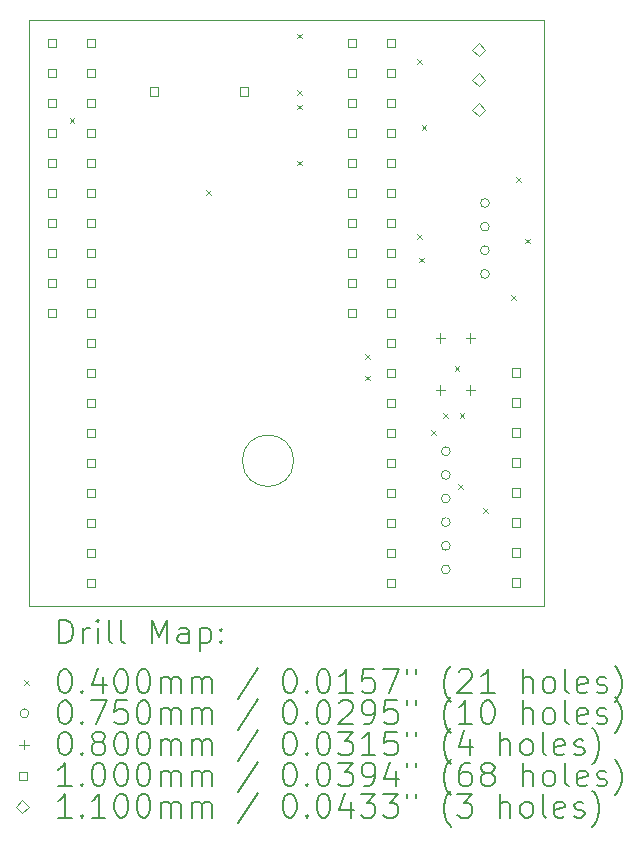
<source format=gbr>
%TF.GenerationSoftware,KiCad,Pcbnew,(6.0.10)*%
%TF.CreationDate,2023-07-26T20:27:44-04:00*%
%TF.ProjectId,reader-daughter,72656164-6572-42d6-9461-756768746572,rev?*%
%TF.SameCoordinates,Original*%
%TF.FileFunction,Drillmap*%
%TF.FilePolarity,Positive*%
%FSLAX45Y45*%
G04 Gerber Fmt 4.5, Leading zero omitted, Abs format (unit mm)*
G04 Created by KiCad (PCBNEW (6.0.10)) date 2023-07-26 20:27:44*
%MOMM*%
%LPD*%
G01*
G04 APERTURE LIST*
%ADD10C,0.100000*%
%ADD11C,0.200000*%
%ADD12C,0.040000*%
%ADD13C,0.075000*%
%ADD14C,0.080000*%
%ADD15C,0.110000*%
G04 APERTURE END LIST*
D10*
X10660000Y-7210000D02*
X15020000Y-7210000D01*
X15020000Y-7210000D02*
X15020000Y-12170000D01*
X15020000Y-12170000D02*
X10660000Y-12170000D01*
X10660000Y-12170000D02*
X10660000Y-7210000D01*
X12897500Y-10940000D02*
G75*
G03*
X12897500Y-10940000I-217500J0D01*
G01*
D11*
D12*
X11000000Y-8040000D02*
X11040000Y-8080000D01*
X11040000Y-8040000D02*
X11000000Y-8080000D01*
X12156760Y-8650340D02*
X12196760Y-8690340D01*
X12196760Y-8650340D02*
X12156760Y-8690340D01*
X12923840Y-7323140D02*
X12963840Y-7363140D01*
X12963840Y-7323140D02*
X12923840Y-7363140D01*
X12923840Y-7803200D02*
X12963840Y-7843200D01*
X12963840Y-7803200D02*
X12923840Y-7843200D01*
X12923840Y-7925120D02*
X12963840Y-7965120D01*
X12963840Y-7925120D02*
X12923840Y-7965120D01*
X12923840Y-8400100D02*
X12963840Y-8440100D01*
X12963840Y-8400100D02*
X12923840Y-8440100D01*
X13500000Y-10040000D02*
X13540000Y-10080000D01*
X13540000Y-10040000D02*
X13500000Y-10080000D01*
X13500000Y-10220000D02*
X13540000Y-10260000D01*
X13540000Y-10220000D02*
X13500000Y-10260000D01*
X13940000Y-7540000D02*
X13980000Y-7580000D01*
X13980000Y-7540000D02*
X13940000Y-7580000D01*
X13940000Y-9020000D02*
X13980000Y-9060000D01*
X13980000Y-9020000D02*
X13940000Y-9060000D01*
X13960000Y-9220000D02*
X14000000Y-9260000D01*
X14000000Y-9220000D02*
X13960000Y-9260000D01*
X13980000Y-8100000D02*
X14020000Y-8140000D01*
X14020000Y-8100000D02*
X13980000Y-8140000D01*
X14060000Y-10680000D02*
X14100000Y-10720000D01*
X14100000Y-10680000D02*
X14060000Y-10720000D01*
X14160000Y-10540000D02*
X14200000Y-10580000D01*
X14200000Y-10540000D02*
X14160000Y-10580000D01*
X14260000Y-10140000D02*
X14300000Y-10180000D01*
X14300000Y-10140000D02*
X14260000Y-10180000D01*
X14290000Y-11140000D02*
X14330000Y-11180000D01*
X14330000Y-11140000D02*
X14290000Y-11180000D01*
X14301550Y-10540000D02*
X14341550Y-10580000D01*
X14341550Y-10540000D02*
X14301550Y-10580000D01*
X14500000Y-11340000D02*
X14540000Y-11380000D01*
X14540000Y-11340000D02*
X14500000Y-11380000D01*
X14740000Y-9540000D02*
X14780000Y-9580000D01*
X14780000Y-9540000D02*
X14740000Y-9580000D01*
X14780000Y-8540000D02*
X14820000Y-8580000D01*
X14820000Y-8540000D02*
X14780000Y-8580000D01*
X14860000Y-9060000D02*
X14900000Y-9100000D01*
X14900000Y-9060000D02*
X14860000Y-9100000D01*
D13*
X14222500Y-10860000D02*
G75*
G03*
X14222500Y-10860000I-37500J0D01*
G01*
X14222500Y-11060000D02*
G75*
G03*
X14222500Y-11060000I-37500J0D01*
G01*
X14222500Y-11260000D02*
G75*
G03*
X14222500Y-11260000I-37500J0D01*
G01*
X14222500Y-11460000D02*
G75*
G03*
X14222500Y-11460000I-37500J0D01*
G01*
X14222500Y-11660000D02*
G75*
G03*
X14222500Y-11660000I-37500J0D01*
G01*
X14222500Y-11860000D02*
G75*
G03*
X14222500Y-11860000I-37500J0D01*
G01*
X14553600Y-8757920D02*
G75*
G03*
X14553600Y-8757920I-37500J0D01*
G01*
X14553600Y-8957920D02*
G75*
G03*
X14553600Y-8957920I-37500J0D01*
G01*
X14553600Y-9157920D02*
G75*
G03*
X14553600Y-9157920I-37500J0D01*
G01*
X14553600Y-9357920D02*
G75*
G03*
X14553600Y-9357920I-37500J0D01*
G01*
D14*
X14140000Y-9860000D02*
X14140000Y-9940000D01*
X14100000Y-9900000D02*
X14180000Y-9900000D01*
X14140000Y-10300000D02*
X14140000Y-10380000D01*
X14100000Y-10340000D02*
X14180000Y-10340000D01*
X14394000Y-9860000D02*
X14394000Y-9940000D01*
X14354000Y-9900000D02*
X14434000Y-9900000D01*
X14394000Y-10300000D02*
X14394000Y-10380000D01*
X14354000Y-10340000D02*
X14434000Y-10340000D01*
D10*
X10886056Y-7436916D02*
X10886056Y-7366204D01*
X10815344Y-7366204D01*
X10815344Y-7436916D01*
X10886056Y-7436916D01*
X10886056Y-7690916D02*
X10886056Y-7620204D01*
X10815344Y-7620204D01*
X10815344Y-7690916D01*
X10886056Y-7690916D01*
X10886056Y-7944916D02*
X10886056Y-7874204D01*
X10815344Y-7874204D01*
X10815344Y-7944916D01*
X10886056Y-7944916D01*
X10886056Y-8198916D02*
X10886056Y-8128204D01*
X10815344Y-8128204D01*
X10815344Y-8198916D01*
X10886056Y-8198916D01*
X10886056Y-8452916D02*
X10886056Y-8382204D01*
X10815344Y-8382204D01*
X10815344Y-8452916D01*
X10886056Y-8452916D01*
X10886056Y-8706916D02*
X10886056Y-8636204D01*
X10815344Y-8636204D01*
X10815344Y-8706916D01*
X10886056Y-8706916D01*
X10886056Y-8960916D02*
X10886056Y-8890204D01*
X10815344Y-8890204D01*
X10815344Y-8960916D01*
X10886056Y-8960916D01*
X10886056Y-9214916D02*
X10886056Y-9144204D01*
X10815344Y-9144204D01*
X10815344Y-9214916D01*
X10886056Y-9214916D01*
X10886056Y-9468916D02*
X10886056Y-9398204D01*
X10815344Y-9398204D01*
X10815344Y-9468916D01*
X10886056Y-9468916D01*
X10886056Y-9722916D02*
X10886056Y-9652204D01*
X10815344Y-9652204D01*
X10815344Y-9722916D01*
X10886056Y-9722916D01*
X11213896Y-7436916D02*
X11213896Y-7366204D01*
X11143184Y-7366204D01*
X11143184Y-7436916D01*
X11213896Y-7436916D01*
X11213896Y-7690916D02*
X11213896Y-7620204D01*
X11143184Y-7620204D01*
X11143184Y-7690916D01*
X11213896Y-7690916D01*
X11213896Y-7944916D02*
X11213896Y-7874204D01*
X11143184Y-7874204D01*
X11143184Y-7944916D01*
X11213896Y-7944916D01*
X11213896Y-8198916D02*
X11213896Y-8128204D01*
X11143184Y-8128204D01*
X11143184Y-8198916D01*
X11213896Y-8198916D01*
X11213896Y-8452916D02*
X11213896Y-8382204D01*
X11143184Y-8382204D01*
X11143184Y-8452916D01*
X11213896Y-8452916D01*
X11213896Y-8706916D02*
X11213896Y-8636204D01*
X11143184Y-8636204D01*
X11143184Y-8706916D01*
X11213896Y-8706916D01*
X11213896Y-8960916D02*
X11213896Y-8890204D01*
X11143184Y-8890204D01*
X11143184Y-8960916D01*
X11213896Y-8960916D01*
X11213896Y-9214916D02*
X11213896Y-9144204D01*
X11143184Y-9144204D01*
X11143184Y-9214916D01*
X11213896Y-9214916D01*
X11213896Y-9468916D02*
X11213896Y-9398204D01*
X11143184Y-9398204D01*
X11143184Y-9468916D01*
X11213896Y-9468916D01*
X11213896Y-9722916D02*
X11213896Y-9652204D01*
X11143184Y-9652204D01*
X11143184Y-9722916D01*
X11213896Y-9722916D01*
X11213896Y-9976916D02*
X11213896Y-9906204D01*
X11143184Y-9906204D01*
X11143184Y-9976916D01*
X11213896Y-9976916D01*
X11213896Y-10230916D02*
X11213896Y-10160204D01*
X11143184Y-10160204D01*
X11143184Y-10230916D01*
X11213896Y-10230916D01*
X11213896Y-10484916D02*
X11213896Y-10414204D01*
X11143184Y-10414204D01*
X11143184Y-10484916D01*
X11213896Y-10484916D01*
X11213896Y-10738916D02*
X11213896Y-10668204D01*
X11143184Y-10668204D01*
X11143184Y-10738916D01*
X11213896Y-10738916D01*
X11213896Y-10992916D02*
X11213896Y-10922204D01*
X11143184Y-10922204D01*
X11143184Y-10992916D01*
X11213896Y-10992916D01*
X11213896Y-11246916D02*
X11213896Y-11176204D01*
X11143184Y-11176204D01*
X11143184Y-11246916D01*
X11213896Y-11246916D01*
X11213896Y-11500916D02*
X11213896Y-11430204D01*
X11143184Y-11430204D01*
X11143184Y-11500916D01*
X11213896Y-11500916D01*
X11213896Y-11754916D02*
X11213896Y-11684204D01*
X11143184Y-11684204D01*
X11143184Y-11754916D01*
X11213896Y-11754916D01*
X11213896Y-12008916D02*
X11213896Y-11938204D01*
X11143184Y-11938204D01*
X11143184Y-12008916D01*
X11213896Y-12008916D01*
X11750836Y-7848396D02*
X11750836Y-7777684D01*
X11680124Y-7777684D01*
X11680124Y-7848396D01*
X11750836Y-7848396D01*
X12510836Y-7848396D02*
X12510836Y-7777684D01*
X12440124Y-7777684D01*
X12440124Y-7848396D01*
X12510836Y-7848396D01*
X13426056Y-7436916D02*
X13426056Y-7366204D01*
X13355344Y-7366204D01*
X13355344Y-7436916D01*
X13426056Y-7436916D01*
X13426056Y-7690916D02*
X13426056Y-7620204D01*
X13355344Y-7620204D01*
X13355344Y-7690916D01*
X13426056Y-7690916D01*
X13426056Y-7944916D02*
X13426056Y-7874204D01*
X13355344Y-7874204D01*
X13355344Y-7944916D01*
X13426056Y-7944916D01*
X13426056Y-8198916D02*
X13426056Y-8128204D01*
X13355344Y-8128204D01*
X13355344Y-8198916D01*
X13426056Y-8198916D01*
X13426056Y-8452916D02*
X13426056Y-8382204D01*
X13355344Y-8382204D01*
X13355344Y-8452916D01*
X13426056Y-8452916D01*
X13426056Y-8706916D02*
X13426056Y-8636204D01*
X13355344Y-8636204D01*
X13355344Y-8706916D01*
X13426056Y-8706916D01*
X13426056Y-8960916D02*
X13426056Y-8890204D01*
X13355344Y-8890204D01*
X13355344Y-8960916D01*
X13426056Y-8960916D01*
X13426056Y-9214916D02*
X13426056Y-9144204D01*
X13355344Y-9144204D01*
X13355344Y-9214916D01*
X13426056Y-9214916D01*
X13426056Y-9468916D02*
X13426056Y-9398204D01*
X13355344Y-9398204D01*
X13355344Y-9468916D01*
X13426056Y-9468916D01*
X13426056Y-9722916D02*
X13426056Y-9652204D01*
X13355344Y-9652204D01*
X13355344Y-9722916D01*
X13426056Y-9722916D01*
X13753896Y-7436916D02*
X13753896Y-7366204D01*
X13683184Y-7366204D01*
X13683184Y-7436916D01*
X13753896Y-7436916D01*
X13753896Y-7690916D02*
X13753896Y-7620204D01*
X13683184Y-7620204D01*
X13683184Y-7690916D01*
X13753896Y-7690916D01*
X13753896Y-7944916D02*
X13753896Y-7874204D01*
X13683184Y-7874204D01*
X13683184Y-7944916D01*
X13753896Y-7944916D01*
X13753896Y-8198916D02*
X13753896Y-8128204D01*
X13683184Y-8128204D01*
X13683184Y-8198916D01*
X13753896Y-8198916D01*
X13753896Y-8452916D02*
X13753896Y-8382204D01*
X13683184Y-8382204D01*
X13683184Y-8452916D01*
X13753896Y-8452916D01*
X13753896Y-8706916D02*
X13753896Y-8636204D01*
X13683184Y-8636204D01*
X13683184Y-8706916D01*
X13753896Y-8706916D01*
X13753896Y-8960916D02*
X13753896Y-8890204D01*
X13683184Y-8890204D01*
X13683184Y-8960916D01*
X13753896Y-8960916D01*
X13753896Y-9214916D02*
X13753896Y-9144204D01*
X13683184Y-9144204D01*
X13683184Y-9214916D01*
X13753896Y-9214916D01*
X13753896Y-9468916D02*
X13753896Y-9398204D01*
X13683184Y-9398204D01*
X13683184Y-9468916D01*
X13753896Y-9468916D01*
X13753896Y-9722916D02*
X13753896Y-9652204D01*
X13683184Y-9652204D01*
X13683184Y-9722916D01*
X13753896Y-9722916D01*
X13753896Y-9976916D02*
X13753896Y-9906204D01*
X13683184Y-9906204D01*
X13683184Y-9976916D01*
X13753896Y-9976916D01*
X13753896Y-10230916D02*
X13753896Y-10160204D01*
X13683184Y-10160204D01*
X13683184Y-10230916D01*
X13753896Y-10230916D01*
X13753896Y-10484916D02*
X13753896Y-10414204D01*
X13683184Y-10414204D01*
X13683184Y-10484916D01*
X13753896Y-10484916D01*
X13753896Y-10738916D02*
X13753896Y-10668204D01*
X13683184Y-10668204D01*
X13683184Y-10738916D01*
X13753896Y-10738916D01*
X13753896Y-10992916D02*
X13753896Y-10922204D01*
X13683184Y-10922204D01*
X13683184Y-10992916D01*
X13753896Y-10992916D01*
X13753896Y-11246916D02*
X13753896Y-11176204D01*
X13683184Y-11176204D01*
X13683184Y-11246916D01*
X13753896Y-11246916D01*
X13753896Y-11500916D02*
X13753896Y-11430204D01*
X13683184Y-11430204D01*
X13683184Y-11500916D01*
X13753896Y-11500916D01*
X13753896Y-11754916D02*
X13753896Y-11684204D01*
X13683184Y-11684204D01*
X13683184Y-11754916D01*
X13753896Y-11754916D01*
X13753896Y-12008916D02*
X13753896Y-11938204D01*
X13683184Y-11938204D01*
X13683184Y-12008916D01*
X13753896Y-12008916D01*
X14815356Y-10227856D02*
X14815356Y-10157144D01*
X14744644Y-10157144D01*
X14744644Y-10227856D01*
X14815356Y-10227856D01*
X14815356Y-10481856D02*
X14815356Y-10411144D01*
X14744644Y-10411144D01*
X14744644Y-10481856D01*
X14815356Y-10481856D01*
X14815356Y-10735856D02*
X14815356Y-10665144D01*
X14744644Y-10665144D01*
X14744644Y-10735856D01*
X14815356Y-10735856D01*
X14815356Y-10989856D02*
X14815356Y-10919144D01*
X14744644Y-10919144D01*
X14744644Y-10989856D01*
X14815356Y-10989856D01*
X14815356Y-11243856D02*
X14815356Y-11173144D01*
X14744644Y-11173144D01*
X14744644Y-11243856D01*
X14815356Y-11243856D01*
X14815356Y-11497856D02*
X14815356Y-11427144D01*
X14744644Y-11427144D01*
X14744644Y-11497856D01*
X14815356Y-11497856D01*
X14815356Y-11751856D02*
X14815356Y-11681144D01*
X14744644Y-11681144D01*
X14744644Y-11751856D01*
X14815356Y-11751856D01*
X14815356Y-12005856D02*
X14815356Y-11935144D01*
X14744644Y-11935144D01*
X14744644Y-12005856D01*
X14815356Y-12005856D01*
D15*
X14462760Y-7514980D02*
X14517760Y-7459980D01*
X14462760Y-7404980D01*
X14407760Y-7459980D01*
X14462760Y-7514980D01*
X14462760Y-7768980D02*
X14517760Y-7713980D01*
X14462760Y-7658980D01*
X14407760Y-7713980D01*
X14462760Y-7768980D01*
X14462760Y-8022980D02*
X14517760Y-7967980D01*
X14462760Y-7912980D01*
X14407760Y-7967980D01*
X14462760Y-8022980D01*
D11*
X10912619Y-12485476D02*
X10912619Y-12285476D01*
X10960238Y-12285476D01*
X10988810Y-12295000D01*
X11007857Y-12314048D01*
X11017381Y-12333095D01*
X11026905Y-12371190D01*
X11026905Y-12399762D01*
X11017381Y-12437857D01*
X11007857Y-12456905D01*
X10988810Y-12475952D01*
X10960238Y-12485476D01*
X10912619Y-12485476D01*
X11112619Y-12485476D02*
X11112619Y-12352143D01*
X11112619Y-12390238D02*
X11122143Y-12371190D01*
X11131667Y-12361667D01*
X11150714Y-12352143D01*
X11169762Y-12352143D01*
X11236428Y-12485476D02*
X11236428Y-12352143D01*
X11236428Y-12285476D02*
X11226905Y-12295000D01*
X11236428Y-12304524D01*
X11245952Y-12295000D01*
X11236428Y-12285476D01*
X11236428Y-12304524D01*
X11360238Y-12485476D02*
X11341190Y-12475952D01*
X11331667Y-12456905D01*
X11331667Y-12285476D01*
X11465000Y-12485476D02*
X11445952Y-12475952D01*
X11436428Y-12456905D01*
X11436428Y-12285476D01*
X11693571Y-12485476D02*
X11693571Y-12285476D01*
X11760238Y-12428333D01*
X11826905Y-12285476D01*
X11826905Y-12485476D01*
X12007857Y-12485476D02*
X12007857Y-12380714D01*
X11998333Y-12361667D01*
X11979286Y-12352143D01*
X11941190Y-12352143D01*
X11922143Y-12361667D01*
X12007857Y-12475952D02*
X11988809Y-12485476D01*
X11941190Y-12485476D01*
X11922143Y-12475952D01*
X11912619Y-12456905D01*
X11912619Y-12437857D01*
X11922143Y-12418809D01*
X11941190Y-12409286D01*
X11988809Y-12409286D01*
X12007857Y-12399762D01*
X12103095Y-12352143D02*
X12103095Y-12552143D01*
X12103095Y-12361667D02*
X12122143Y-12352143D01*
X12160238Y-12352143D01*
X12179286Y-12361667D01*
X12188809Y-12371190D01*
X12198333Y-12390238D01*
X12198333Y-12447381D01*
X12188809Y-12466428D01*
X12179286Y-12475952D01*
X12160238Y-12485476D01*
X12122143Y-12485476D01*
X12103095Y-12475952D01*
X12284048Y-12466428D02*
X12293571Y-12475952D01*
X12284048Y-12485476D01*
X12274524Y-12475952D01*
X12284048Y-12466428D01*
X12284048Y-12485476D01*
X12284048Y-12361667D02*
X12293571Y-12371190D01*
X12284048Y-12380714D01*
X12274524Y-12371190D01*
X12284048Y-12361667D01*
X12284048Y-12380714D01*
D12*
X10615000Y-12795000D02*
X10655000Y-12835000D01*
X10655000Y-12795000D02*
X10615000Y-12835000D01*
D11*
X10950714Y-12705476D02*
X10969762Y-12705476D01*
X10988810Y-12715000D01*
X10998333Y-12724524D01*
X11007857Y-12743571D01*
X11017381Y-12781667D01*
X11017381Y-12829286D01*
X11007857Y-12867381D01*
X10998333Y-12886428D01*
X10988810Y-12895952D01*
X10969762Y-12905476D01*
X10950714Y-12905476D01*
X10931667Y-12895952D01*
X10922143Y-12886428D01*
X10912619Y-12867381D01*
X10903095Y-12829286D01*
X10903095Y-12781667D01*
X10912619Y-12743571D01*
X10922143Y-12724524D01*
X10931667Y-12715000D01*
X10950714Y-12705476D01*
X11103095Y-12886428D02*
X11112619Y-12895952D01*
X11103095Y-12905476D01*
X11093571Y-12895952D01*
X11103095Y-12886428D01*
X11103095Y-12905476D01*
X11284048Y-12772143D02*
X11284048Y-12905476D01*
X11236428Y-12695952D02*
X11188809Y-12838809D01*
X11312619Y-12838809D01*
X11426905Y-12705476D02*
X11445952Y-12705476D01*
X11465000Y-12715000D01*
X11474524Y-12724524D01*
X11484048Y-12743571D01*
X11493571Y-12781667D01*
X11493571Y-12829286D01*
X11484048Y-12867381D01*
X11474524Y-12886428D01*
X11465000Y-12895952D01*
X11445952Y-12905476D01*
X11426905Y-12905476D01*
X11407857Y-12895952D01*
X11398333Y-12886428D01*
X11388809Y-12867381D01*
X11379286Y-12829286D01*
X11379286Y-12781667D01*
X11388809Y-12743571D01*
X11398333Y-12724524D01*
X11407857Y-12715000D01*
X11426905Y-12705476D01*
X11617381Y-12705476D02*
X11636428Y-12705476D01*
X11655476Y-12715000D01*
X11665000Y-12724524D01*
X11674524Y-12743571D01*
X11684048Y-12781667D01*
X11684048Y-12829286D01*
X11674524Y-12867381D01*
X11665000Y-12886428D01*
X11655476Y-12895952D01*
X11636428Y-12905476D01*
X11617381Y-12905476D01*
X11598333Y-12895952D01*
X11588809Y-12886428D01*
X11579286Y-12867381D01*
X11569762Y-12829286D01*
X11569762Y-12781667D01*
X11579286Y-12743571D01*
X11588809Y-12724524D01*
X11598333Y-12715000D01*
X11617381Y-12705476D01*
X11769762Y-12905476D02*
X11769762Y-12772143D01*
X11769762Y-12791190D02*
X11779286Y-12781667D01*
X11798333Y-12772143D01*
X11826905Y-12772143D01*
X11845952Y-12781667D01*
X11855476Y-12800714D01*
X11855476Y-12905476D01*
X11855476Y-12800714D02*
X11865000Y-12781667D01*
X11884048Y-12772143D01*
X11912619Y-12772143D01*
X11931667Y-12781667D01*
X11941190Y-12800714D01*
X11941190Y-12905476D01*
X12036428Y-12905476D02*
X12036428Y-12772143D01*
X12036428Y-12791190D02*
X12045952Y-12781667D01*
X12065000Y-12772143D01*
X12093571Y-12772143D01*
X12112619Y-12781667D01*
X12122143Y-12800714D01*
X12122143Y-12905476D01*
X12122143Y-12800714D02*
X12131667Y-12781667D01*
X12150714Y-12772143D01*
X12179286Y-12772143D01*
X12198333Y-12781667D01*
X12207857Y-12800714D01*
X12207857Y-12905476D01*
X12598333Y-12695952D02*
X12426905Y-12953095D01*
X12855476Y-12705476D02*
X12874524Y-12705476D01*
X12893571Y-12715000D01*
X12903095Y-12724524D01*
X12912619Y-12743571D01*
X12922143Y-12781667D01*
X12922143Y-12829286D01*
X12912619Y-12867381D01*
X12903095Y-12886428D01*
X12893571Y-12895952D01*
X12874524Y-12905476D01*
X12855476Y-12905476D01*
X12836428Y-12895952D01*
X12826905Y-12886428D01*
X12817381Y-12867381D01*
X12807857Y-12829286D01*
X12807857Y-12781667D01*
X12817381Y-12743571D01*
X12826905Y-12724524D01*
X12836428Y-12715000D01*
X12855476Y-12705476D01*
X13007857Y-12886428D02*
X13017381Y-12895952D01*
X13007857Y-12905476D01*
X12998333Y-12895952D01*
X13007857Y-12886428D01*
X13007857Y-12905476D01*
X13141190Y-12705476D02*
X13160238Y-12705476D01*
X13179286Y-12715000D01*
X13188809Y-12724524D01*
X13198333Y-12743571D01*
X13207857Y-12781667D01*
X13207857Y-12829286D01*
X13198333Y-12867381D01*
X13188809Y-12886428D01*
X13179286Y-12895952D01*
X13160238Y-12905476D01*
X13141190Y-12905476D01*
X13122143Y-12895952D01*
X13112619Y-12886428D01*
X13103095Y-12867381D01*
X13093571Y-12829286D01*
X13093571Y-12781667D01*
X13103095Y-12743571D01*
X13112619Y-12724524D01*
X13122143Y-12715000D01*
X13141190Y-12705476D01*
X13398333Y-12905476D02*
X13284048Y-12905476D01*
X13341190Y-12905476D02*
X13341190Y-12705476D01*
X13322143Y-12734048D01*
X13303095Y-12753095D01*
X13284048Y-12762619D01*
X13579286Y-12705476D02*
X13484048Y-12705476D01*
X13474524Y-12800714D01*
X13484048Y-12791190D01*
X13503095Y-12781667D01*
X13550714Y-12781667D01*
X13569762Y-12791190D01*
X13579286Y-12800714D01*
X13588809Y-12819762D01*
X13588809Y-12867381D01*
X13579286Y-12886428D01*
X13569762Y-12895952D01*
X13550714Y-12905476D01*
X13503095Y-12905476D01*
X13484048Y-12895952D01*
X13474524Y-12886428D01*
X13655476Y-12705476D02*
X13788809Y-12705476D01*
X13703095Y-12905476D01*
X13855476Y-12705476D02*
X13855476Y-12743571D01*
X13931667Y-12705476D02*
X13931667Y-12743571D01*
X14226905Y-12981667D02*
X14217381Y-12972143D01*
X14198333Y-12943571D01*
X14188809Y-12924524D01*
X14179286Y-12895952D01*
X14169762Y-12848333D01*
X14169762Y-12810238D01*
X14179286Y-12762619D01*
X14188809Y-12734048D01*
X14198333Y-12715000D01*
X14217381Y-12686428D01*
X14226905Y-12676905D01*
X14293571Y-12724524D02*
X14303095Y-12715000D01*
X14322143Y-12705476D01*
X14369762Y-12705476D01*
X14388809Y-12715000D01*
X14398333Y-12724524D01*
X14407857Y-12743571D01*
X14407857Y-12762619D01*
X14398333Y-12791190D01*
X14284048Y-12905476D01*
X14407857Y-12905476D01*
X14598333Y-12905476D02*
X14484048Y-12905476D01*
X14541190Y-12905476D02*
X14541190Y-12705476D01*
X14522143Y-12734048D01*
X14503095Y-12753095D01*
X14484048Y-12762619D01*
X14836428Y-12905476D02*
X14836428Y-12705476D01*
X14922143Y-12905476D02*
X14922143Y-12800714D01*
X14912619Y-12781667D01*
X14893571Y-12772143D01*
X14865000Y-12772143D01*
X14845952Y-12781667D01*
X14836428Y-12791190D01*
X15045952Y-12905476D02*
X15026905Y-12895952D01*
X15017381Y-12886428D01*
X15007857Y-12867381D01*
X15007857Y-12810238D01*
X15017381Y-12791190D01*
X15026905Y-12781667D01*
X15045952Y-12772143D01*
X15074524Y-12772143D01*
X15093571Y-12781667D01*
X15103095Y-12791190D01*
X15112619Y-12810238D01*
X15112619Y-12867381D01*
X15103095Y-12886428D01*
X15093571Y-12895952D01*
X15074524Y-12905476D01*
X15045952Y-12905476D01*
X15226905Y-12905476D02*
X15207857Y-12895952D01*
X15198333Y-12876905D01*
X15198333Y-12705476D01*
X15379286Y-12895952D02*
X15360238Y-12905476D01*
X15322143Y-12905476D01*
X15303095Y-12895952D01*
X15293571Y-12876905D01*
X15293571Y-12800714D01*
X15303095Y-12781667D01*
X15322143Y-12772143D01*
X15360238Y-12772143D01*
X15379286Y-12781667D01*
X15388809Y-12800714D01*
X15388809Y-12819762D01*
X15293571Y-12838809D01*
X15465000Y-12895952D02*
X15484048Y-12905476D01*
X15522143Y-12905476D01*
X15541190Y-12895952D01*
X15550714Y-12876905D01*
X15550714Y-12867381D01*
X15541190Y-12848333D01*
X15522143Y-12838809D01*
X15493571Y-12838809D01*
X15474524Y-12829286D01*
X15465000Y-12810238D01*
X15465000Y-12800714D01*
X15474524Y-12781667D01*
X15493571Y-12772143D01*
X15522143Y-12772143D01*
X15541190Y-12781667D01*
X15617381Y-12981667D02*
X15626905Y-12972143D01*
X15645952Y-12943571D01*
X15655476Y-12924524D01*
X15665000Y-12895952D01*
X15674524Y-12848333D01*
X15674524Y-12810238D01*
X15665000Y-12762619D01*
X15655476Y-12734048D01*
X15645952Y-12715000D01*
X15626905Y-12686428D01*
X15617381Y-12676905D01*
D13*
X10655000Y-13079000D02*
G75*
G03*
X10655000Y-13079000I-37500J0D01*
G01*
D11*
X10950714Y-12969476D02*
X10969762Y-12969476D01*
X10988810Y-12979000D01*
X10998333Y-12988524D01*
X11007857Y-13007571D01*
X11017381Y-13045667D01*
X11017381Y-13093286D01*
X11007857Y-13131381D01*
X10998333Y-13150428D01*
X10988810Y-13159952D01*
X10969762Y-13169476D01*
X10950714Y-13169476D01*
X10931667Y-13159952D01*
X10922143Y-13150428D01*
X10912619Y-13131381D01*
X10903095Y-13093286D01*
X10903095Y-13045667D01*
X10912619Y-13007571D01*
X10922143Y-12988524D01*
X10931667Y-12979000D01*
X10950714Y-12969476D01*
X11103095Y-13150428D02*
X11112619Y-13159952D01*
X11103095Y-13169476D01*
X11093571Y-13159952D01*
X11103095Y-13150428D01*
X11103095Y-13169476D01*
X11179286Y-12969476D02*
X11312619Y-12969476D01*
X11226905Y-13169476D01*
X11484048Y-12969476D02*
X11388809Y-12969476D01*
X11379286Y-13064714D01*
X11388809Y-13055190D01*
X11407857Y-13045667D01*
X11455476Y-13045667D01*
X11474524Y-13055190D01*
X11484048Y-13064714D01*
X11493571Y-13083762D01*
X11493571Y-13131381D01*
X11484048Y-13150428D01*
X11474524Y-13159952D01*
X11455476Y-13169476D01*
X11407857Y-13169476D01*
X11388809Y-13159952D01*
X11379286Y-13150428D01*
X11617381Y-12969476D02*
X11636428Y-12969476D01*
X11655476Y-12979000D01*
X11665000Y-12988524D01*
X11674524Y-13007571D01*
X11684048Y-13045667D01*
X11684048Y-13093286D01*
X11674524Y-13131381D01*
X11665000Y-13150428D01*
X11655476Y-13159952D01*
X11636428Y-13169476D01*
X11617381Y-13169476D01*
X11598333Y-13159952D01*
X11588809Y-13150428D01*
X11579286Y-13131381D01*
X11569762Y-13093286D01*
X11569762Y-13045667D01*
X11579286Y-13007571D01*
X11588809Y-12988524D01*
X11598333Y-12979000D01*
X11617381Y-12969476D01*
X11769762Y-13169476D02*
X11769762Y-13036143D01*
X11769762Y-13055190D02*
X11779286Y-13045667D01*
X11798333Y-13036143D01*
X11826905Y-13036143D01*
X11845952Y-13045667D01*
X11855476Y-13064714D01*
X11855476Y-13169476D01*
X11855476Y-13064714D02*
X11865000Y-13045667D01*
X11884048Y-13036143D01*
X11912619Y-13036143D01*
X11931667Y-13045667D01*
X11941190Y-13064714D01*
X11941190Y-13169476D01*
X12036428Y-13169476D02*
X12036428Y-13036143D01*
X12036428Y-13055190D02*
X12045952Y-13045667D01*
X12065000Y-13036143D01*
X12093571Y-13036143D01*
X12112619Y-13045667D01*
X12122143Y-13064714D01*
X12122143Y-13169476D01*
X12122143Y-13064714D02*
X12131667Y-13045667D01*
X12150714Y-13036143D01*
X12179286Y-13036143D01*
X12198333Y-13045667D01*
X12207857Y-13064714D01*
X12207857Y-13169476D01*
X12598333Y-12959952D02*
X12426905Y-13217095D01*
X12855476Y-12969476D02*
X12874524Y-12969476D01*
X12893571Y-12979000D01*
X12903095Y-12988524D01*
X12912619Y-13007571D01*
X12922143Y-13045667D01*
X12922143Y-13093286D01*
X12912619Y-13131381D01*
X12903095Y-13150428D01*
X12893571Y-13159952D01*
X12874524Y-13169476D01*
X12855476Y-13169476D01*
X12836428Y-13159952D01*
X12826905Y-13150428D01*
X12817381Y-13131381D01*
X12807857Y-13093286D01*
X12807857Y-13045667D01*
X12817381Y-13007571D01*
X12826905Y-12988524D01*
X12836428Y-12979000D01*
X12855476Y-12969476D01*
X13007857Y-13150428D02*
X13017381Y-13159952D01*
X13007857Y-13169476D01*
X12998333Y-13159952D01*
X13007857Y-13150428D01*
X13007857Y-13169476D01*
X13141190Y-12969476D02*
X13160238Y-12969476D01*
X13179286Y-12979000D01*
X13188809Y-12988524D01*
X13198333Y-13007571D01*
X13207857Y-13045667D01*
X13207857Y-13093286D01*
X13198333Y-13131381D01*
X13188809Y-13150428D01*
X13179286Y-13159952D01*
X13160238Y-13169476D01*
X13141190Y-13169476D01*
X13122143Y-13159952D01*
X13112619Y-13150428D01*
X13103095Y-13131381D01*
X13093571Y-13093286D01*
X13093571Y-13045667D01*
X13103095Y-13007571D01*
X13112619Y-12988524D01*
X13122143Y-12979000D01*
X13141190Y-12969476D01*
X13284048Y-12988524D02*
X13293571Y-12979000D01*
X13312619Y-12969476D01*
X13360238Y-12969476D01*
X13379286Y-12979000D01*
X13388809Y-12988524D01*
X13398333Y-13007571D01*
X13398333Y-13026619D01*
X13388809Y-13055190D01*
X13274524Y-13169476D01*
X13398333Y-13169476D01*
X13493571Y-13169476D02*
X13531667Y-13169476D01*
X13550714Y-13159952D01*
X13560238Y-13150428D01*
X13579286Y-13121857D01*
X13588809Y-13083762D01*
X13588809Y-13007571D01*
X13579286Y-12988524D01*
X13569762Y-12979000D01*
X13550714Y-12969476D01*
X13512619Y-12969476D01*
X13493571Y-12979000D01*
X13484048Y-12988524D01*
X13474524Y-13007571D01*
X13474524Y-13055190D01*
X13484048Y-13074238D01*
X13493571Y-13083762D01*
X13512619Y-13093286D01*
X13550714Y-13093286D01*
X13569762Y-13083762D01*
X13579286Y-13074238D01*
X13588809Y-13055190D01*
X13769762Y-12969476D02*
X13674524Y-12969476D01*
X13665000Y-13064714D01*
X13674524Y-13055190D01*
X13693571Y-13045667D01*
X13741190Y-13045667D01*
X13760238Y-13055190D01*
X13769762Y-13064714D01*
X13779286Y-13083762D01*
X13779286Y-13131381D01*
X13769762Y-13150428D01*
X13760238Y-13159952D01*
X13741190Y-13169476D01*
X13693571Y-13169476D01*
X13674524Y-13159952D01*
X13665000Y-13150428D01*
X13855476Y-12969476D02*
X13855476Y-13007571D01*
X13931667Y-12969476D02*
X13931667Y-13007571D01*
X14226905Y-13245667D02*
X14217381Y-13236143D01*
X14198333Y-13207571D01*
X14188809Y-13188524D01*
X14179286Y-13159952D01*
X14169762Y-13112333D01*
X14169762Y-13074238D01*
X14179286Y-13026619D01*
X14188809Y-12998048D01*
X14198333Y-12979000D01*
X14217381Y-12950428D01*
X14226905Y-12940905D01*
X14407857Y-13169476D02*
X14293571Y-13169476D01*
X14350714Y-13169476D02*
X14350714Y-12969476D01*
X14331667Y-12998048D01*
X14312619Y-13017095D01*
X14293571Y-13026619D01*
X14531667Y-12969476D02*
X14550714Y-12969476D01*
X14569762Y-12979000D01*
X14579286Y-12988524D01*
X14588809Y-13007571D01*
X14598333Y-13045667D01*
X14598333Y-13093286D01*
X14588809Y-13131381D01*
X14579286Y-13150428D01*
X14569762Y-13159952D01*
X14550714Y-13169476D01*
X14531667Y-13169476D01*
X14512619Y-13159952D01*
X14503095Y-13150428D01*
X14493571Y-13131381D01*
X14484048Y-13093286D01*
X14484048Y-13045667D01*
X14493571Y-13007571D01*
X14503095Y-12988524D01*
X14512619Y-12979000D01*
X14531667Y-12969476D01*
X14836428Y-13169476D02*
X14836428Y-12969476D01*
X14922143Y-13169476D02*
X14922143Y-13064714D01*
X14912619Y-13045667D01*
X14893571Y-13036143D01*
X14865000Y-13036143D01*
X14845952Y-13045667D01*
X14836428Y-13055190D01*
X15045952Y-13169476D02*
X15026905Y-13159952D01*
X15017381Y-13150428D01*
X15007857Y-13131381D01*
X15007857Y-13074238D01*
X15017381Y-13055190D01*
X15026905Y-13045667D01*
X15045952Y-13036143D01*
X15074524Y-13036143D01*
X15093571Y-13045667D01*
X15103095Y-13055190D01*
X15112619Y-13074238D01*
X15112619Y-13131381D01*
X15103095Y-13150428D01*
X15093571Y-13159952D01*
X15074524Y-13169476D01*
X15045952Y-13169476D01*
X15226905Y-13169476D02*
X15207857Y-13159952D01*
X15198333Y-13140905D01*
X15198333Y-12969476D01*
X15379286Y-13159952D02*
X15360238Y-13169476D01*
X15322143Y-13169476D01*
X15303095Y-13159952D01*
X15293571Y-13140905D01*
X15293571Y-13064714D01*
X15303095Y-13045667D01*
X15322143Y-13036143D01*
X15360238Y-13036143D01*
X15379286Y-13045667D01*
X15388809Y-13064714D01*
X15388809Y-13083762D01*
X15293571Y-13102809D01*
X15465000Y-13159952D02*
X15484048Y-13169476D01*
X15522143Y-13169476D01*
X15541190Y-13159952D01*
X15550714Y-13140905D01*
X15550714Y-13131381D01*
X15541190Y-13112333D01*
X15522143Y-13102809D01*
X15493571Y-13102809D01*
X15474524Y-13093286D01*
X15465000Y-13074238D01*
X15465000Y-13064714D01*
X15474524Y-13045667D01*
X15493571Y-13036143D01*
X15522143Y-13036143D01*
X15541190Y-13045667D01*
X15617381Y-13245667D02*
X15626905Y-13236143D01*
X15645952Y-13207571D01*
X15655476Y-13188524D01*
X15665000Y-13159952D01*
X15674524Y-13112333D01*
X15674524Y-13074238D01*
X15665000Y-13026619D01*
X15655476Y-12998048D01*
X15645952Y-12979000D01*
X15626905Y-12950428D01*
X15617381Y-12940905D01*
D14*
X10615000Y-13303000D02*
X10615000Y-13383000D01*
X10575000Y-13343000D02*
X10655000Y-13343000D01*
D11*
X10950714Y-13233476D02*
X10969762Y-13233476D01*
X10988810Y-13243000D01*
X10998333Y-13252524D01*
X11007857Y-13271571D01*
X11017381Y-13309667D01*
X11017381Y-13357286D01*
X11007857Y-13395381D01*
X10998333Y-13414428D01*
X10988810Y-13423952D01*
X10969762Y-13433476D01*
X10950714Y-13433476D01*
X10931667Y-13423952D01*
X10922143Y-13414428D01*
X10912619Y-13395381D01*
X10903095Y-13357286D01*
X10903095Y-13309667D01*
X10912619Y-13271571D01*
X10922143Y-13252524D01*
X10931667Y-13243000D01*
X10950714Y-13233476D01*
X11103095Y-13414428D02*
X11112619Y-13423952D01*
X11103095Y-13433476D01*
X11093571Y-13423952D01*
X11103095Y-13414428D01*
X11103095Y-13433476D01*
X11226905Y-13319190D02*
X11207857Y-13309667D01*
X11198333Y-13300143D01*
X11188809Y-13281095D01*
X11188809Y-13271571D01*
X11198333Y-13252524D01*
X11207857Y-13243000D01*
X11226905Y-13233476D01*
X11265000Y-13233476D01*
X11284048Y-13243000D01*
X11293571Y-13252524D01*
X11303095Y-13271571D01*
X11303095Y-13281095D01*
X11293571Y-13300143D01*
X11284048Y-13309667D01*
X11265000Y-13319190D01*
X11226905Y-13319190D01*
X11207857Y-13328714D01*
X11198333Y-13338238D01*
X11188809Y-13357286D01*
X11188809Y-13395381D01*
X11198333Y-13414428D01*
X11207857Y-13423952D01*
X11226905Y-13433476D01*
X11265000Y-13433476D01*
X11284048Y-13423952D01*
X11293571Y-13414428D01*
X11303095Y-13395381D01*
X11303095Y-13357286D01*
X11293571Y-13338238D01*
X11284048Y-13328714D01*
X11265000Y-13319190D01*
X11426905Y-13233476D02*
X11445952Y-13233476D01*
X11465000Y-13243000D01*
X11474524Y-13252524D01*
X11484048Y-13271571D01*
X11493571Y-13309667D01*
X11493571Y-13357286D01*
X11484048Y-13395381D01*
X11474524Y-13414428D01*
X11465000Y-13423952D01*
X11445952Y-13433476D01*
X11426905Y-13433476D01*
X11407857Y-13423952D01*
X11398333Y-13414428D01*
X11388809Y-13395381D01*
X11379286Y-13357286D01*
X11379286Y-13309667D01*
X11388809Y-13271571D01*
X11398333Y-13252524D01*
X11407857Y-13243000D01*
X11426905Y-13233476D01*
X11617381Y-13233476D02*
X11636428Y-13233476D01*
X11655476Y-13243000D01*
X11665000Y-13252524D01*
X11674524Y-13271571D01*
X11684048Y-13309667D01*
X11684048Y-13357286D01*
X11674524Y-13395381D01*
X11665000Y-13414428D01*
X11655476Y-13423952D01*
X11636428Y-13433476D01*
X11617381Y-13433476D01*
X11598333Y-13423952D01*
X11588809Y-13414428D01*
X11579286Y-13395381D01*
X11569762Y-13357286D01*
X11569762Y-13309667D01*
X11579286Y-13271571D01*
X11588809Y-13252524D01*
X11598333Y-13243000D01*
X11617381Y-13233476D01*
X11769762Y-13433476D02*
X11769762Y-13300143D01*
X11769762Y-13319190D02*
X11779286Y-13309667D01*
X11798333Y-13300143D01*
X11826905Y-13300143D01*
X11845952Y-13309667D01*
X11855476Y-13328714D01*
X11855476Y-13433476D01*
X11855476Y-13328714D02*
X11865000Y-13309667D01*
X11884048Y-13300143D01*
X11912619Y-13300143D01*
X11931667Y-13309667D01*
X11941190Y-13328714D01*
X11941190Y-13433476D01*
X12036428Y-13433476D02*
X12036428Y-13300143D01*
X12036428Y-13319190D02*
X12045952Y-13309667D01*
X12065000Y-13300143D01*
X12093571Y-13300143D01*
X12112619Y-13309667D01*
X12122143Y-13328714D01*
X12122143Y-13433476D01*
X12122143Y-13328714D02*
X12131667Y-13309667D01*
X12150714Y-13300143D01*
X12179286Y-13300143D01*
X12198333Y-13309667D01*
X12207857Y-13328714D01*
X12207857Y-13433476D01*
X12598333Y-13223952D02*
X12426905Y-13481095D01*
X12855476Y-13233476D02*
X12874524Y-13233476D01*
X12893571Y-13243000D01*
X12903095Y-13252524D01*
X12912619Y-13271571D01*
X12922143Y-13309667D01*
X12922143Y-13357286D01*
X12912619Y-13395381D01*
X12903095Y-13414428D01*
X12893571Y-13423952D01*
X12874524Y-13433476D01*
X12855476Y-13433476D01*
X12836428Y-13423952D01*
X12826905Y-13414428D01*
X12817381Y-13395381D01*
X12807857Y-13357286D01*
X12807857Y-13309667D01*
X12817381Y-13271571D01*
X12826905Y-13252524D01*
X12836428Y-13243000D01*
X12855476Y-13233476D01*
X13007857Y-13414428D02*
X13017381Y-13423952D01*
X13007857Y-13433476D01*
X12998333Y-13423952D01*
X13007857Y-13414428D01*
X13007857Y-13433476D01*
X13141190Y-13233476D02*
X13160238Y-13233476D01*
X13179286Y-13243000D01*
X13188809Y-13252524D01*
X13198333Y-13271571D01*
X13207857Y-13309667D01*
X13207857Y-13357286D01*
X13198333Y-13395381D01*
X13188809Y-13414428D01*
X13179286Y-13423952D01*
X13160238Y-13433476D01*
X13141190Y-13433476D01*
X13122143Y-13423952D01*
X13112619Y-13414428D01*
X13103095Y-13395381D01*
X13093571Y-13357286D01*
X13093571Y-13309667D01*
X13103095Y-13271571D01*
X13112619Y-13252524D01*
X13122143Y-13243000D01*
X13141190Y-13233476D01*
X13274524Y-13233476D02*
X13398333Y-13233476D01*
X13331667Y-13309667D01*
X13360238Y-13309667D01*
X13379286Y-13319190D01*
X13388809Y-13328714D01*
X13398333Y-13347762D01*
X13398333Y-13395381D01*
X13388809Y-13414428D01*
X13379286Y-13423952D01*
X13360238Y-13433476D01*
X13303095Y-13433476D01*
X13284048Y-13423952D01*
X13274524Y-13414428D01*
X13588809Y-13433476D02*
X13474524Y-13433476D01*
X13531667Y-13433476D02*
X13531667Y-13233476D01*
X13512619Y-13262048D01*
X13493571Y-13281095D01*
X13474524Y-13290619D01*
X13769762Y-13233476D02*
X13674524Y-13233476D01*
X13665000Y-13328714D01*
X13674524Y-13319190D01*
X13693571Y-13309667D01*
X13741190Y-13309667D01*
X13760238Y-13319190D01*
X13769762Y-13328714D01*
X13779286Y-13347762D01*
X13779286Y-13395381D01*
X13769762Y-13414428D01*
X13760238Y-13423952D01*
X13741190Y-13433476D01*
X13693571Y-13433476D01*
X13674524Y-13423952D01*
X13665000Y-13414428D01*
X13855476Y-13233476D02*
X13855476Y-13271571D01*
X13931667Y-13233476D02*
X13931667Y-13271571D01*
X14226905Y-13509667D02*
X14217381Y-13500143D01*
X14198333Y-13471571D01*
X14188809Y-13452524D01*
X14179286Y-13423952D01*
X14169762Y-13376333D01*
X14169762Y-13338238D01*
X14179286Y-13290619D01*
X14188809Y-13262048D01*
X14198333Y-13243000D01*
X14217381Y-13214428D01*
X14226905Y-13204905D01*
X14388809Y-13300143D02*
X14388809Y-13433476D01*
X14341190Y-13223952D02*
X14293571Y-13366809D01*
X14417381Y-13366809D01*
X14645952Y-13433476D02*
X14645952Y-13233476D01*
X14731667Y-13433476D02*
X14731667Y-13328714D01*
X14722143Y-13309667D01*
X14703095Y-13300143D01*
X14674524Y-13300143D01*
X14655476Y-13309667D01*
X14645952Y-13319190D01*
X14855476Y-13433476D02*
X14836428Y-13423952D01*
X14826905Y-13414428D01*
X14817381Y-13395381D01*
X14817381Y-13338238D01*
X14826905Y-13319190D01*
X14836428Y-13309667D01*
X14855476Y-13300143D01*
X14884048Y-13300143D01*
X14903095Y-13309667D01*
X14912619Y-13319190D01*
X14922143Y-13338238D01*
X14922143Y-13395381D01*
X14912619Y-13414428D01*
X14903095Y-13423952D01*
X14884048Y-13433476D01*
X14855476Y-13433476D01*
X15036428Y-13433476D02*
X15017381Y-13423952D01*
X15007857Y-13404905D01*
X15007857Y-13233476D01*
X15188809Y-13423952D02*
X15169762Y-13433476D01*
X15131667Y-13433476D01*
X15112619Y-13423952D01*
X15103095Y-13404905D01*
X15103095Y-13328714D01*
X15112619Y-13309667D01*
X15131667Y-13300143D01*
X15169762Y-13300143D01*
X15188809Y-13309667D01*
X15198333Y-13328714D01*
X15198333Y-13347762D01*
X15103095Y-13366809D01*
X15274524Y-13423952D02*
X15293571Y-13433476D01*
X15331667Y-13433476D01*
X15350714Y-13423952D01*
X15360238Y-13404905D01*
X15360238Y-13395381D01*
X15350714Y-13376333D01*
X15331667Y-13366809D01*
X15303095Y-13366809D01*
X15284048Y-13357286D01*
X15274524Y-13338238D01*
X15274524Y-13328714D01*
X15284048Y-13309667D01*
X15303095Y-13300143D01*
X15331667Y-13300143D01*
X15350714Y-13309667D01*
X15426905Y-13509667D02*
X15436428Y-13500143D01*
X15455476Y-13471571D01*
X15465000Y-13452524D01*
X15474524Y-13423952D01*
X15484048Y-13376333D01*
X15484048Y-13338238D01*
X15474524Y-13290619D01*
X15465000Y-13262048D01*
X15455476Y-13243000D01*
X15436428Y-13214428D01*
X15426905Y-13204905D01*
D10*
X10640356Y-13642356D02*
X10640356Y-13571644D01*
X10569644Y-13571644D01*
X10569644Y-13642356D01*
X10640356Y-13642356D01*
D11*
X11017381Y-13697476D02*
X10903095Y-13697476D01*
X10960238Y-13697476D02*
X10960238Y-13497476D01*
X10941190Y-13526048D01*
X10922143Y-13545095D01*
X10903095Y-13554619D01*
X11103095Y-13678428D02*
X11112619Y-13687952D01*
X11103095Y-13697476D01*
X11093571Y-13687952D01*
X11103095Y-13678428D01*
X11103095Y-13697476D01*
X11236428Y-13497476D02*
X11255476Y-13497476D01*
X11274524Y-13507000D01*
X11284048Y-13516524D01*
X11293571Y-13535571D01*
X11303095Y-13573667D01*
X11303095Y-13621286D01*
X11293571Y-13659381D01*
X11284048Y-13678428D01*
X11274524Y-13687952D01*
X11255476Y-13697476D01*
X11236428Y-13697476D01*
X11217381Y-13687952D01*
X11207857Y-13678428D01*
X11198333Y-13659381D01*
X11188809Y-13621286D01*
X11188809Y-13573667D01*
X11198333Y-13535571D01*
X11207857Y-13516524D01*
X11217381Y-13507000D01*
X11236428Y-13497476D01*
X11426905Y-13497476D02*
X11445952Y-13497476D01*
X11465000Y-13507000D01*
X11474524Y-13516524D01*
X11484048Y-13535571D01*
X11493571Y-13573667D01*
X11493571Y-13621286D01*
X11484048Y-13659381D01*
X11474524Y-13678428D01*
X11465000Y-13687952D01*
X11445952Y-13697476D01*
X11426905Y-13697476D01*
X11407857Y-13687952D01*
X11398333Y-13678428D01*
X11388809Y-13659381D01*
X11379286Y-13621286D01*
X11379286Y-13573667D01*
X11388809Y-13535571D01*
X11398333Y-13516524D01*
X11407857Y-13507000D01*
X11426905Y-13497476D01*
X11617381Y-13497476D02*
X11636428Y-13497476D01*
X11655476Y-13507000D01*
X11665000Y-13516524D01*
X11674524Y-13535571D01*
X11684048Y-13573667D01*
X11684048Y-13621286D01*
X11674524Y-13659381D01*
X11665000Y-13678428D01*
X11655476Y-13687952D01*
X11636428Y-13697476D01*
X11617381Y-13697476D01*
X11598333Y-13687952D01*
X11588809Y-13678428D01*
X11579286Y-13659381D01*
X11569762Y-13621286D01*
X11569762Y-13573667D01*
X11579286Y-13535571D01*
X11588809Y-13516524D01*
X11598333Y-13507000D01*
X11617381Y-13497476D01*
X11769762Y-13697476D02*
X11769762Y-13564143D01*
X11769762Y-13583190D02*
X11779286Y-13573667D01*
X11798333Y-13564143D01*
X11826905Y-13564143D01*
X11845952Y-13573667D01*
X11855476Y-13592714D01*
X11855476Y-13697476D01*
X11855476Y-13592714D02*
X11865000Y-13573667D01*
X11884048Y-13564143D01*
X11912619Y-13564143D01*
X11931667Y-13573667D01*
X11941190Y-13592714D01*
X11941190Y-13697476D01*
X12036428Y-13697476D02*
X12036428Y-13564143D01*
X12036428Y-13583190D02*
X12045952Y-13573667D01*
X12065000Y-13564143D01*
X12093571Y-13564143D01*
X12112619Y-13573667D01*
X12122143Y-13592714D01*
X12122143Y-13697476D01*
X12122143Y-13592714D02*
X12131667Y-13573667D01*
X12150714Y-13564143D01*
X12179286Y-13564143D01*
X12198333Y-13573667D01*
X12207857Y-13592714D01*
X12207857Y-13697476D01*
X12598333Y-13487952D02*
X12426905Y-13745095D01*
X12855476Y-13497476D02*
X12874524Y-13497476D01*
X12893571Y-13507000D01*
X12903095Y-13516524D01*
X12912619Y-13535571D01*
X12922143Y-13573667D01*
X12922143Y-13621286D01*
X12912619Y-13659381D01*
X12903095Y-13678428D01*
X12893571Y-13687952D01*
X12874524Y-13697476D01*
X12855476Y-13697476D01*
X12836428Y-13687952D01*
X12826905Y-13678428D01*
X12817381Y-13659381D01*
X12807857Y-13621286D01*
X12807857Y-13573667D01*
X12817381Y-13535571D01*
X12826905Y-13516524D01*
X12836428Y-13507000D01*
X12855476Y-13497476D01*
X13007857Y-13678428D02*
X13017381Y-13687952D01*
X13007857Y-13697476D01*
X12998333Y-13687952D01*
X13007857Y-13678428D01*
X13007857Y-13697476D01*
X13141190Y-13497476D02*
X13160238Y-13497476D01*
X13179286Y-13507000D01*
X13188809Y-13516524D01*
X13198333Y-13535571D01*
X13207857Y-13573667D01*
X13207857Y-13621286D01*
X13198333Y-13659381D01*
X13188809Y-13678428D01*
X13179286Y-13687952D01*
X13160238Y-13697476D01*
X13141190Y-13697476D01*
X13122143Y-13687952D01*
X13112619Y-13678428D01*
X13103095Y-13659381D01*
X13093571Y-13621286D01*
X13093571Y-13573667D01*
X13103095Y-13535571D01*
X13112619Y-13516524D01*
X13122143Y-13507000D01*
X13141190Y-13497476D01*
X13274524Y-13497476D02*
X13398333Y-13497476D01*
X13331667Y-13573667D01*
X13360238Y-13573667D01*
X13379286Y-13583190D01*
X13388809Y-13592714D01*
X13398333Y-13611762D01*
X13398333Y-13659381D01*
X13388809Y-13678428D01*
X13379286Y-13687952D01*
X13360238Y-13697476D01*
X13303095Y-13697476D01*
X13284048Y-13687952D01*
X13274524Y-13678428D01*
X13493571Y-13697476D02*
X13531667Y-13697476D01*
X13550714Y-13687952D01*
X13560238Y-13678428D01*
X13579286Y-13649857D01*
X13588809Y-13611762D01*
X13588809Y-13535571D01*
X13579286Y-13516524D01*
X13569762Y-13507000D01*
X13550714Y-13497476D01*
X13512619Y-13497476D01*
X13493571Y-13507000D01*
X13484048Y-13516524D01*
X13474524Y-13535571D01*
X13474524Y-13583190D01*
X13484048Y-13602238D01*
X13493571Y-13611762D01*
X13512619Y-13621286D01*
X13550714Y-13621286D01*
X13569762Y-13611762D01*
X13579286Y-13602238D01*
X13588809Y-13583190D01*
X13760238Y-13564143D02*
X13760238Y-13697476D01*
X13712619Y-13487952D02*
X13665000Y-13630809D01*
X13788809Y-13630809D01*
X13855476Y-13497476D02*
X13855476Y-13535571D01*
X13931667Y-13497476D02*
X13931667Y-13535571D01*
X14226905Y-13773667D02*
X14217381Y-13764143D01*
X14198333Y-13735571D01*
X14188809Y-13716524D01*
X14179286Y-13687952D01*
X14169762Y-13640333D01*
X14169762Y-13602238D01*
X14179286Y-13554619D01*
X14188809Y-13526048D01*
X14198333Y-13507000D01*
X14217381Y-13478428D01*
X14226905Y-13468905D01*
X14388809Y-13497476D02*
X14350714Y-13497476D01*
X14331667Y-13507000D01*
X14322143Y-13516524D01*
X14303095Y-13545095D01*
X14293571Y-13583190D01*
X14293571Y-13659381D01*
X14303095Y-13678428D01*
X14312619Y-13687952D01*
X14331667Y-13697476D01*
X14369762Y-13697476D01*
X14388809Y-13687952D01*
X14398333Y-13678428D01*
X14407857Y-13659381D01*
X14407857Y-13611762D01*
X14398333Y-13592714D01*
X14388809Y-13583190D01*
X14369762Y-13573667D01*
X14331667Y-13573667D01*
X14312619Y-13583190D01*
X14303095Y-13592714D01*
X14293571Y-13611762D01*
X14522143Y-13583190D02*
X14503095Y-13573667D01*
X14493571Y-13564143D01*
X14484048Y-13545095D01*
X14484048Y-13535571D01*
X14493571Y-13516524D01*
X14503095Y-13507000D01*
X14522143Y-13497476D01*
X14560238Y-13497476D01*
X14579286Y-13507000D01*
X14588809Y-13516524D01*
X14598333Y-13535571D01*
X14598333Y-13545095D01*
X14588809Y-13564143D01*
X14579286Y-13573667D01*
X14560238Y-13583190D01*
X14522143Y-13583190D01*
X14503095Y-13592714D01*
X14493571Y-13602238D01*
X14484048Y-13621286D01*
X14484048Y-13659381D01*
X14493571Y-13678428D01*
X14503095Y-13687952D01*
X14522143Y-13697476D01*
X14560238Y-13697476D01*
X14579286Y-13687952D01*
X14588809Y-13678428D01*
X14598333Y-13659381D01*
X14598333Y-13621286D01*
X14588809Y-13602238D01*
X14579286Y-13592714D01*
X14560238Y-13583190D01*
X14836428Y-13697476D02*
X14836428Y-13497476D01*
X14922143Y-13697476D02*
X14922143Y-13592714D01*
X14912619Y-13573667D01*
X14893571Y-13564143D01*
X14865000Y-13564143D01*
X14845952Y-13573667D01*
X14836428Y-13583190D01*
X15045952Y-13697476D02*
X15026905Y-13687952D01*
X15017381Y-13678428D01*
X15007857Y-13659381D01*
X15007857Y-13602238D01*
X15017381Y-13583190D01*
X15026905Y-13573667D01*
X15045952Y-13564143D01*
X15074524Y-13564143D01*
X15093571Y-13573667D01*
X15103095Y-13583190D01*
X15112619Y-13602238D01*
X15112619Y-13659381D01*
X15103095Y-13678428D01*
X15093571Y-13687952D01*
X15074524Y-13697476D01*
X15045952Y-13697476D01*
X15226905Y-13697476D02*
X15207857Y-13687952D01*
X15198333Y-13668905D01*
X15198333Y-13497476D01*
X15379286Y-13687952D02*
X15360238Y-13697476D01*
X15322143Y-13697476D01*
X15303095Y-13687952D01*
X15293571Y-13668905D01*
X15293571Y-13592714D01*
X15303095Y-13573667D01*
X15322143Y-13564143D01*
X15360238Y-13564143D01*
X15379286Y-13573667D01*
X15388809Y-13592714D01*
X15388809Y-13611762D01*
X15293571Y-13630809D01*
X15465000Y-13687952D02*
X15484048Y-13697476D01*
X15522143Y-13697476D01*
X15541190Y-13687952D01*
X15550714Y-13668905D01*
X15550714Y-13659381D01*
X15541190Y-13640333D01*
X15522143Y-13630809D01*
X15493571Y-13630809D01*
X15474524Y-13621286D01*
X15465000Y-13602238D01*
X15465000Y-13592714D01*
X15474524Y-13573667D01*
X15493571Y-13564143D01*
X15522143Y-13564143D01*
X15541190Y-13573667D01*
X15617381Y-13773667D02*
X15626905Y-13764143D01*
X15645952Y-13735571D01*
X15655476Y-13716524D01*
X15665000Y-13687952D01*
X15674524Y-13640333D01*
X15674524Y-13602238D01*
X15665000Y-13554619D01*
X15655476Y-13526048D01*
X15645952Y-13507000D01*
X15626905Y-13478428D01*
X15617381Y-13468905D01*
D15*
X10600000Y-13926000D02*
X10655000Y-13871000D01*
X10600000Y-13816000D01*
X10545000Y-13871000D01*
X10600000Y-13926000D01*
D11*
X11017381Y-13961476D02*
X10903095Y-13961476D01*
X10960238Y-13961476D02*
X10960238Y-13761476D01*
X10941190Y-13790048D01*
X10922143Y-13809095D01*
X10903095Y-13818619D01*
X11103095Y-13942428D02*
X11112619Y-13951952D01*
X11103095Y-13961476D01*
X11093571Y-13951952D01*
X11103095Y-13942428D01*
X11103095Y-13961476D01*
X11303095Y-13961476D02*
X11188809Y-13961476D01*
X11245952Y-13961476D02*
X11245952Y-13761476D01*
X11226905Y-13790048D01*
X11207857Y-13809095D01*
X11188809Y-13818619D01*
X11426905Y-13761476D02*
X11445952Y-13761476D01*
X11465000Y-13771000D01*
X11474524Y-13780524D01*
X11484048Y-13799571D01*
X11493571Y-13837667D01*
X11493571Y-13885286D01*
X11484048Y-13923381D01*
X11474524Y-13942428D01*
X11465000Y-13951952D01*
X11445952Y-13961476D01*
X11426905Y-13961476D01*
X11407857Y-13951952D01*
X11398333Y-13942428D01*
X11388809Y-13923381D01*
X11379286Y-13885286D01*
X11379286Y-13837667D01*
X11388809Y-13799571D01*
X11398333Y-13780524D01*
X11407857Y-13771000D01*
X11426905Y-13761476D01*
X11617381Y-13761476D02*
X11636428Y-13761476D01*
X11655476Y-13771000D01*
X11665000Y-13780524D01*
X11674524Y-13799571D01*
X11684048Y-13837667D01*
X11684048Y-13885286D01*
X11674524Y-13923381D01*
X11665000Y-13942428D01*
X11655476Y-13951952D01*
X11636428Y-13961476D01*
X11617381Y-13961476D01*
X11598333Y-13951952D01*
X11588809Y-13942428D01*
X11579286Y-13923381D01*
X11569762Y-13885286D01*
X11569762Y-13837667D01*
X11579286Y-13799571D01*
X11588809Y-13780524D01*
X11598333Y-13771000D01*
X11617381Y-13761476D01*
X11769762Y-13961476D02*
X11769762Y-13828143D01*
X11769762Y-13847190D02*
X11779286Y-13837667D01*
X11798333Y-13828143D01*
X11826905Y-13828143D01*
X11845952Y-13837667D01*
X11855476Y-13856714D01*
X11855476Y-13961476D01*
X11855476Y-13856714D02*
X11865000Y-13837667D01*
X11884048Y-13828143D01*
X11912619Y-13828143D01*
X11931667Y-13837667D01*
X11941190Y-13856714D01*
X11941190Y-13961476D01*
X12036428Y-13961476D02*
X12036428Y-13828143D01*
X12036428Y-13847190D02*
X12045952Y-13837667D01*
X12065000Y-13828143D01*
X12093571Y-13828143D01*
X12112619Y-13837667D01*
X12122143Y-13856714D01*
X12122143Y-13961476D01*
X12122143Y-13856714D02*
X12131667Y-13837667D01*
X12150714Y-13828143D01*
X12179286Y-13828143D01*
X12198333Y-13837667D01*
X12207857Y-13856714D01*
X12207857Y-13961476D01*
X12598333Y-13751952D02*
X12426905Y-14009095D01*
X12855476Y-13761476D02*
X12874524Y-13761476D01*
X12893571Y-13771000D01*
X12903095Y-13780524D01*
X12912619Y-13799571D01*
X12922143Y-13837667D01*
X12922143Y-13885286D01*
X12912619Y-13923381D01*
X12903095Y-13942428D01*
X12893571Y-13951952D01*
X12874524Y-13961476D01*
X12855476Y-13961476D01*
X12836428Y-13951952D01*
X12826905Y-13942428D01*
X12817381Y-13923381D01*
X12807857Y-13885286D01*
X12807857Y-13837667D01*
X12817381Y-13799571D01*
X12826905Y-13780524D01*
X12836428Y-13771000D01*
X12855476Y-13761476D01*
X13007857Y-13942428D02*
X13017381Y-13951952D01*
X13007857Y-13961476D01*
X12998333Y-13951952D01*
X13007857Y-13942428D01*
X13007857Y-13961476D01*
X13141190Y-13761476D02*
X13160238Y-13761476D01*
X13179286Y-13771000D01*
X13188809Y-13780524D01*
X13198333Y-13799571D01*
X13207857Y-13837667D01*
X13207857Y-13885286D01*
X13198333Y-13923381D01*
X13188809Y-13942428D01*
X13179286Y-13951952D01*
X13160238Y-13961476D01*
X13141190Y-13961476D01*
X13122143Y-13951952D01*
X13112619Y-13942428D01*
X13103095Y-13923381D01*
X13093571Y-13885286D01*
X13093571Y-13837667D01*
X13103095Y-13799571D01*
X13112619Y-13780524D01*
X13122143Y-13771000D01*
X13141190Y-13761476D01*
X13379286Y-13828143D02*
X13379286Y-13961476D01*
X13331667Y-13751952D02*
X13284048Y-13894809D01*
X13407857Y-13894809D01*
X13465000Y-13761476D02*
X13588809Y-13761476D01*
X13522143Y-13837667D01*
X13550714Y-13837667D01*
X13569762Y-13847190D01*
X13579286Y-13856714D01*
X13588809Y-13875762D01*
X13588809Y-13923381D01*
X13579286Y-13942428D01*
X13569762Y-13951952D01*
X13550714Y-13961476D01*
X13493571Y-13961476D01*
X13474524Y-13951952D01*
X13465000Y-13942428D01*
X13655476Y-13761476D02*
X13779286Y-13761476D01*
X13712619Y-13837667D01*
X13741190Y-13837667D01*
X13760238Y-13847190D01*
X13769762Y-13856714D01*
X13779286Y-13875762D01*
X13779286Y-13923381D01*
X13769762Y-13942428D01*
X13760238Y-13951952D01*
X13741190Y-13961476D01*
X13684048Y-13961476D01*
X13665000Y-13951952D01*
X13655476Y-13942428D01*
X13855476Y-13761476D02*
X13855476Y-13799571D01*
X13931667Y-13761476D02*
X13931667Y-13799571D01*
X14226905Y-14037667D02*
X14217381Y-14028143D01*
X14198333Y-13999571D01*
X14188809Y-13980524D01*
X14179286Y-13951952D01*
X14169762Y-13904333D01*
X14169762Y-13866238D01*
X14179286Y-13818619D01*
X14188809Y-13790048D01*
X14198333Y-13771000D01*
X14217381Y-13742428D01*
X14226905Y-13732905D01*
X14284048Y-13761476D02*
X14407857Y-13761476D01*
X14341190Y-13837667D01*
X14369762Y-13837667D01*
X14388809Y-13847190D01*
X14398333Y-13856714D01*
X14407857Y-13875762D01*
X14407857Y-13923381D01*
X14398333Y-13942428D01*
X14388809Y-13951952D01*
X14369762Y-13961476D01*
X14312619Y-13961476D01*
X14293571Y-13951952D01*
X14284048Y-13942428D01*
X14645952Y-13961476D02*
X14645952Y-13761476D01*
X14731667Y-13961476D02*
X14731667Y-13856714D01*
X14722143Y-13837667D01*
X14703095Y-13828143D01*
X14674524Y-13828143D01*
X14655476Y-13837667D01*
X14645952Y-13847190D01*
X14855476Y-13961476D02*
X14836428Y-13951952D01*
X14826905Y-13942428D01*
X14817381Y-13923381D01*
X14817381Y-13866238D01*
X14826905Y-13847190D01*
X14836428Y-13837667D01*
X14855476Y-13828143D01*
X14884048Y-13828143D01*
X14903095Y-13837667D01*
X14912619Y-13847190D01*
X14922143Y-13866238D01*
X14922143Y-13923381D01*
X14912619Y-13942428D01*
X14903095Y-13951952D01*
X14884048Y-13961476D01*
X14855476Y-13961476D01*
X15036428Y-13961476D02*
X15017381Y-13951952D01*
X15007857Y-13932905D01*
X15007857Y-13761476D01*
X15188809Y-13951952D02*
X15169762Y-13961476D01*
X15131667Y-13961476D01*
X15112619Y-13951952D01*
X15103095Y-13932905D01*
X15103095Y-13856714D01*
X15112619Y-13837667D01*
X15131667Y-13828143D01*
X15169762Y-13828143D01*
X15188809Y-13837667D01*
X15198333Y-13856714D01*
X15198333Y-13875762D01*
X15103095Y-13894809D01*
X15274524Y-13951952D02*
X15293571Y-13961476D01*
X15331667Y-13961476D01*
X15350714Y-13951952D01*
X15360238Y-13932905D01*
X15360238Y-13923381D01*
X15350714Y-13904333D01*
X15331667Y-13894809D01*
X15303095Y-13894809D01*
X15284048Y-13885286D01*
X15274524Y-13866238D01*
X15274524Y-13856714D01*
X15284048Y-13837667D01*
X15303095Y-13828143D01*
X15331667Y-13828143D01*
X15350714Y-13837667D01*
X15426905Y-14037667D02*
X15436428Y-14028143D01*
X15455476Y-13999571D01*
X15465000Y-13980524D01*
X15474524Y-13951952D01*
X15484048Y-13904333D01*
X15484048Y-13866238D01*
X15474524Y-13818619D01*
X15465000Y-13790048D01*
X15455476Y-13771000D01*
X15436428Y-13742428D01*
X15426905Y-13732905D01*
M02*

</source>
